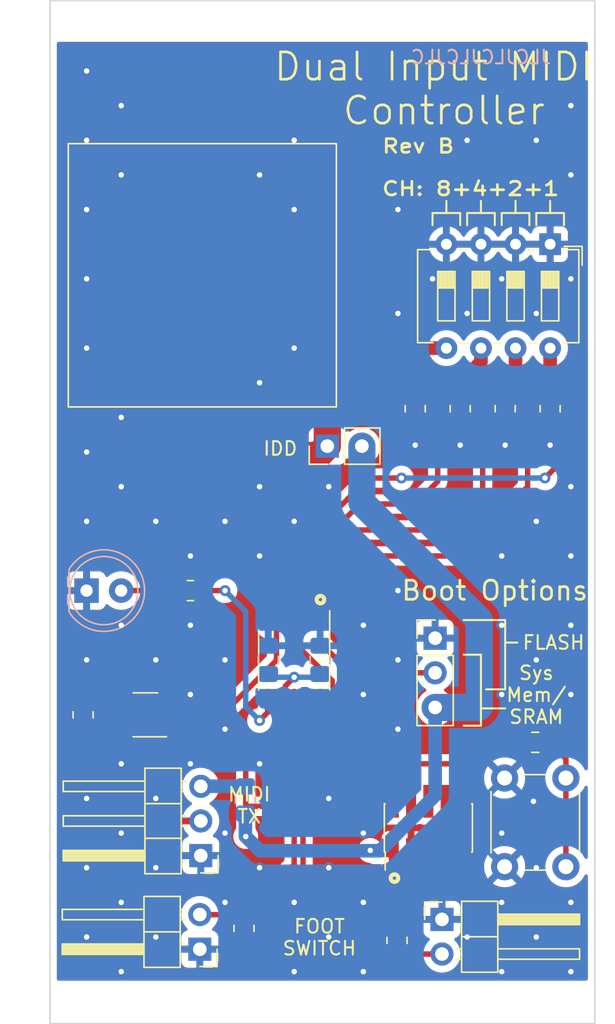
<source format=kicad_pcb>
(kicad_pcb (version 20211014) (generator pcbnew)
  (layers (0 "F.Cu" signal) (31 "B.Cu" signal) (34 "B.Paste" user) (35 "F.Paste" user) (36 "B.SilkS" user "B.Silkscreen") (37 "F.SilkS" user "F.Silkscreen") (38 "B.Mask" user) (39 "F.Mask" user) (44 "Edge.Cuts" user))
  (net 0 "")
  (net 1 "Net-(BT1-Pad1)")
  (net 2 "GND")
  (net 3 "/Microcontroller/NRST")
  (net 4 "+3V3")
  (net 5 "Net-(J2-Pad2)")
  (net 6 "Net-(J2-Pad3)")
  (net 7 "/Microcontroller/SWDIO")
  (net 8 "/Microcontroller/SWCLK")
  (net 12 "/Microcontroller/EXT_UP_PRESET_SW")
  (net 13 "/Microcontroller/EXT_DOWN_PRESET_SW")
  (net 14 "/Microcontroller/BOOT0")
  (net 15 "/Microcontroller/LPUART1_TX")
  (net 16 "/MIDI_Output/MIDI_TX")
  (net 17 "Net-(R1-Pad1)")
  (net 18 "/Microcontroller/EXT_MIDI_CH_BIT2")
  (net 19 "/Microcontroller/EXT_MIDI_CH_BIT3")
  (net 20 "/Microcontroller/EXT_MIDI_CH_BIT4")
  (net 21 "/Microcontroller/EXT_MIDI_CH_BIT1")
  (net 22 "Net-(D1-Pad2)")
  (net 23 "/Microcontroller/LPWR_MON_LED")
  (footprint "Connector_PinHeader_2.54mm:PinHeader_1x02_P2.54mm_Horizontal" (layer "F.Cu") (at 132.772 128.91 180)
    (fp_text reference "J4" hide)
    (fp_text value "Conn_01x02")
    (pad "1" thru_hole rect (at 0 0 180) (size 1.7 1.7) (drill 1) (layers *.Cu *.Mask) (net 2 "GND"))
    (pad "2" thru_hole oval (at 0 2.54 180) (size 1.7 1.7) (drill 1) (layers *.Cu *.Mask) (net 13 "/Microcontroller/EXT_DOWN_PRESET_SW"))
  )
  (footprint "Resistor_SMD:R_0805_2012Metric_Pad1.20x1.40mm_HandSolder" (layer "F.Cu") (at 151.892 89.281 -90)
    (fp_text reference "R7" hide)
    (fp_text value "120R")
    (pad "1" smd roundrect (at -1 0 270) (size 1.2 1.4) (layers "F.Cu" "F.Paste" "F.Mask") (roundrect_rratio 0.2083333333) (net 19 "/Microcontroller/EXT_MIDI_CH_BIT3"))
    (pad "2" smd roundrect (at 1 0 270) (size 1.2 1.4) (layers "F.Cu" "F.Paste" "F.Mask") (roundrect_rratio 0.2083333333) (net 2 "GND"))
  )
  (footprint "GenericCoinCellHolders:CR2032" (layer "F.Cu") (at 133.1468 79.495029 90)
    (fp_text reference "BT1" hide)
    (fp_text value "Battery_Cell")
    (pad "1" smd roundrect (at 13.208 0 90) (size 6 6) (layers "F.Cu" "F.Paste" "F.Mask") (net 1 "Net-(BT1-Pad1)"))
    (pad "1" smd roundrect (at -13.208 0 90) (size 6 6) (layers "F.Cu" "F.Paste" "F.Mask") (net 1 "Net-(BT1-Pad1)"))
    (pad "2" smd circle (at 0 0 90) (size 14 14) (layers "F.Cu" "F.Paste" "F.Mask") (net 2 "GND"))
  )
  (footprint "Package_TO_SOT_SMD:SOT-23-5_HandSoldering" (layer "F.Cu") (at 128.772446 111.724044 180)
    (fp_text reference "U1" hide)
    (fp_text value "74LVC1G34")
    (pad "1" smd rect (at -1.35 -0.95 180) (size 1.56 0.65) (layers "F.Cu" "F.Paste" "F.Mask"))
    (pad "2" smd rect (at -1.35 0 180) (size 1.56 0.65) (layers "F.Cu" "F.Paste" "F.Mask") (net 16 "/MIDI_Output/MIDI_TX"))
    (pad "3" smd rect (at -1.35 0.95 180) (size 1.56 0.65) (layers "F.Cu" "F.Paste" "F.Mask") (net 2 "GND"))
    (pad "4" smd rect (at 1.35 0.95 180) (size 1.56 0.65) (layers "F.Cu" "F.Paste" "F.Mask") (net 17 "Net-(R1-Pad1)"))
    (pad "5" smd rect (at 1.35 -0.95 180) (size 1.56 0.65) (layers "F.Cu" "F.Paste" "F.Mask") (net 4 "+3V3"))
  )
  (footprint "Package_SO:TSSOP-14_4.4x5mm_P0.65mm" (layer "F.Cu") (at 139.7 107.696 -90)
    (fp_text reference "U2" hide)
    (fp_text value "STM32L011D4Px")
    (pad "1" smd roundrect (at -2.8625 -1.95 270) (size 1.475 0.4) (layers "F.Cu" "F.Paste" "F.Mask") (net 14 "/Microcontroller/BOOT0"))
    (pad "2" smd roundrect (at -2.8625 -1.3 270) (size 1.475 0.4) (layers "F.Cu" "F.Paste" "F.Mask") (net 18 "/Microcontroller/EXT_MIDI_CH_BIT2"))
    (pad "3" smd roundrect (at -2.8625 -0.65 270) (size 1.475 0.4) (layers "F.Cu" "F.Paste" "F.Mask") (net 19 "/Microcontroller/EXT_MIDI_CH_BIT3"))
    (pad "4" smd roundrect (at -2.8625 0 270) (size 1.475 0.4) (layers "F.Cu" "F.Paste" "F.Mask") (net 3 "/Microcontroller/NRST"))
    (pad "5" smd roundrect (at -2.8625 0.65 270) (size 1.475 0.4) (layers "F.Cu" "F.Paste" "F.Mask") (net 20 "/Microcontroller/EXT_MIDI_CH_BIT4"))
    (pad "6" smd roundrect (at -2.8625 1.3 270) (size 1.475 0.4) (layers "F.Cu" "F.Paste" "F.Mask") (net 15 "/Microcontroller/LPUART1_TX"))
    (pad "7" smd roundrect (at -2.8625 1.95 270) (size 1.475 0.4) (layers "F.Cu" "F.Paste" "F.Mask") (net 21 "/Microcontroller/EXT_MIDI_CH_BIT1"))
    (pad "8" smd roundrect (at 2.8625 1.95 270) (size 1.475 0.4) (layers "F.Cu" "F.Paste" "F.Mask") (net 23 "/Microcontroller/LPWR_MON_LED"))
    (pad "9" smd roundrect (at 2.8625 1.3 270) (size 1.475 0.4) (layers "F.Cu" "F.Paste" "F.Mask") (net 2 "GND"))
    (pad "10" smd roundrect (at 2.8625 0.65 270) (size 1.475 0.4) (layers "F.Cu" "F.Paste" "F.Mask") (net 4 "+3V3"))
    (pad "11" smd roundrect (at 2.8625 0 270) (size 1.475 0.4) (layers "F.Cu" "F.Paste" "F.Mask") (net 13 "/Microcontroller/EXT_DOWN_PRESET_SW"))
    (pad "12" smd roundrect (at 2.8625 -0.65 270) (size 1.475 0.4) (layers "F.Cu" "F.Paste" "F.Mask") (net 12 "/Microcontroller/EXT_UP_PRESET_SW"))
    (pad "13" smd roundrect (at 2.8625 -1.3 270) (size 1.475 0.4) (layers "F.Cu" "F.Paste" "F.Mask") (net 7 "/Microcontroller/SWDIO"))
    (pad "14" smd roundrect (at 2.8625 -1.95 270) (size 1.475 0.4) (layers "F.Cu" "F.Paste" "F.Mask") (net 8 "/Microcontroller/SWCLK"))
  )
  (footprint "Resistor_SMD:R_0805_2012Metric_Pad1.20x1.40mm_HandSolder" (layer "F.Cu") (at 155.194 89.281 -90)
    (fp_text reference "R4" hide)
    (fp_text value "120R")
    (pad "1" smd roundrect (at -1 0 270) (size 1.2 1.4) (layers "F.Cu" "F.Paste" "F.Mask") (roundrect_rratio 0.2083333333) (net 18 "/Microcontroller/EXT_MIDI_CH_BIT2"))
    (pad "2" smd roundrect (at 1 0 270) (size 1.2 1.4) (layers "F.Cu" "F.Paste" "F.Mask") (roundrect_rratio 0.2083333333) (net 2 "GND"))
  )
  (footprint "Connector_PinHeader_2.54mm:PinHeader_1x02_P2.54mm_Horizontal" (layer "F.Cu") (at 150.555 126.725388)
    (fp_text reference "J5" hide)
    (fp_text value "Conn_01x02")
    (pad "1" thru_hole rect (at 0 0) (size 1.7 1.7) (drill 1) (layers *.Cu *.Mask) (net 2 "GND"))
    (pad "2" thru_hole oval (at 0 2.54) (size 1.7 1.7) (drill 1) (layers *.Cu *.Mask) (net 12 "/Microcontroller/EXT_UP_PRESET_SW"))
  )
  (footprint "Resistor_SMD:R_0805_2012Metric_Pad1.20x1.40mm_HandSolder" (layer "F.Cu") (at 147.253 128.265388 90)
    (fp_text reference "R6" hide)
    (fp_text value "120R")
    (pad "1" smd roundrect (at -1 0 90) (size 1.2 1.4) (layers "F.Cu" "F.Paste" "F.Mask") (roundrect_rratio 0.2083333333) (net 12 "/Microcontroller/EXT_UP_PRESET_SW"))
    (pad "2" smd roundrect (at 1 0 90) (size 1.2 1.4) (layers "F.Cu" "F.Paste" "F.Mask") (roundrect_rratio 0.2083333333) (net 2 "GND"))
  )
  (footprint "Resistor_SMD:R_0805_2012Metric_Pad1.20x1.40mm_HandSolder" (layer "F.Cu") (at 136.017 127.381 -90)
    (fp_text reference "R5" hide)
    (fp_text value "120R")
    (pad "1" smd roundrect (at -1 0 270) (size 1.2 1.4) (layers "F.Cu" "F.Paste" "F.Mask") (roundrect_rratio 0.2083333333) (net 13 "/Microcontroller/EXT_DOWN_PRESET_SW"))
    (pad "2" smd roundrect (at 1 0 270) (size 1.2 1.4) (layers "F.Cu" "F.Paste" "F.Mask") (roundrect_rratio 0.2083333333) (net 2 "GND"))
  )
  (footprint "Connector_PinHeader_2.54mm:PinHeader_1x03_P2.54mm_Horizontal" (layer "F.Cu") (at 132.842 122.047 180)
    (fp_text reference "J2" hide)
    (fp_text value "Conn_01x03")
    (pad "1" thru_hole rect (at 0 0 180) (size 1.7 1.7) (drill 1) (layers *.Cu *.Mask) (net 2 "GND"))
    (pad "2" thru_hole oval (at 0 2.54 180) (size 1.7 1.7) (drill 1) (layers *.Cu *.Mask) (net 5 "Net-(J2-Pad2)"))
    (pad "3" thru_hole oval (at 0 5.08 180) (size 1.7 1.7) (drill 1) (layers *.Cu *.Mask) (net 6 "Net-(J2-Pad3)"))
  )
  (footprint "Resistor_SMD:R_0805_2012Metric_Pad1.20x1.40mm_HandSolder" (layer "F.Cu") (at 158.496 89.281 -90)
    (fp_text reference "R3" hide)
    (fp_text value "120R")
    (pad "1" smd roundrect (at -1 0 270) (size 1.2 1.4) (layers "F.Cu" "F.Paste" "F.Mask") (roundrect_rratio 0.2083333333) (net 21 "/Microcontroller/EXT_MIDI_CH_BIT1"))
    (pad "2" smd roundrect (at 1 0 270) (size 1.2 1.4) (layers "F.Cu" "F.Paste" "F.Mask") (roundrect_rratio 0.2083333333) (net 2 "GND"))
  )
  (footprint "Capacitor_SMD:C_0805_2012Metric_Pad1.18x1.45mm_HandSolder" (layer "F.Cu") (at 157.4038 113.7412 180)
    (fp_text reference "C1" hide)
    (fp_text value "100nF")
    (pad "1" smd roundrect (at -1.0375 0 180) (size 1.175 1.45) (layers "F.Cu" "F.Paste" "F.Mask") (roundrect_rratio 0.2127659574) (net 3 "/Microcontroller/NRST"))
    (pad "2" smd roundrect (at 1.0375 0 180) (size 1.175 1.45) (layers "F.Cu" "F.Paste" "F.Mask") (roundrect_rratio 0.2127659574) (net 2 "GND"))
  )
  (footprint "Resistor_SMD:R_0805_2012Metric_Pad1.20x1.40mm_HandSolder" (layer "F.Cu") (at 124.200446 111.724044 -90)
    (fp_text reference "R1" hide)
    (fp_text value "33R")
    (pad "1" smd roundrect (at -1 0 270) (size 1.2 1.4) (layers "F.Cu" "F.Paste" "F.Mask") (roundrect_rratio 0.2083333333) (net 17 "Net-(R1-Pad1)"))
    (pad "2" smd roundrect (at 1 0 270) (size 1.2 1.4) (layers "F.Cu" "F.Paste" "F.Mask") (roundrect_rratio 0.2083333333) (net 5 "Net-(J2-Pad2)"))
  )
  (footprint "Resistor_SMD:R_0805_2012Metric_Pad1.20x1.40mm_HandSolder" (layer "F.Cu") (at 132.08 102.616 180)
    (fp_text reference "R9" hide)
    (fp_text value "R")
    (pad "1" smd roundrect locked (at -1 0 180) (size 1.2 1.4) (layers "F.Cu" "F.Paste" "F.Mask") (roundrect_rratio 0.2083333333) (net 23 "/Microcontroller/LPWR_MON_LED"))
    (pad "2" smd roundrect locked (at 1 0 180) (size 1.2 1.4) (layers "F.Cu" "F.Paste" "F.Mask") (roundrect_rratio 0.2083333333) (net 22 "Net-(D1-Pad2)"))
  )
  (footprint "Button_Switch_THT:SW_PUSH_6mm" (layer "F.Cu") (at 159.6538 116.3586 -90)
    (fp_text reference "SW1" hide)
    (fp_text value "SW_SPST")
    (pad "1" thru_hole circle (at 0 0) (size 2 2) (drill 1.1) (layers *.Cu *.Mask) (net 3 "/Microcontroller/NRST"))
    (pad "1" thru_hole circle (at 6.5 0) (size 2 2) (drill 1.1) (layers *.Cu *.Mask) (net 3 "/Microcontroller/NRST"))
    (pad "2" thru_hole circle (at 6.5 4.5) (size 2 2) (drill 1.1) (layers *.Cu *.Mask) (net 2 "GND"))
    (pad "2" thru_hole circle (at 0 4.5) (size 2 2) (drill 1.1) (layers *.Cu *.Mask) (net 2 "GND"))
  )
  (footprint "Connector_PinHeader_1.27mm:PinHeader_2x05_P1.27mm_Vertical_SMD" (layer "F.Cu") (at 149.5552 120.015 90)
    (fp_text reference "J3" hide)
    (fp_text value "Conn_02x05_Odd_Even")
    (pad "1" smd rect (at -1.95 -2.54 90) (size 2.4 0.74) (layers "F.Cu" "F.Paste" "F.Mask") (net 4 "+3V3"))
    (pad "2" smd rect (at 1.95 -2.54 90) (size 2.4 0.74) (layers "F.Cu" "F.Paste" "F.Mask") (net 7 "/Microcontroller/SWDIO"))
    (pad "3" smd rect (at -1.95 -1.27 90) (size 2.4 0.74) (layers "F.Cu" "F.Paste" "F.Mask") (net 2 "GND"))
    (pad "4" smd rect (at 1.95 -1.27 90) (size 2.4 0.74) (layers "F.Cu" "F.Paste" "F.Mask") (net 8 "/Microcontroller/SWCLK"))
    (pad "5" smd rect (at -1.95 0 90) (size 2.4 0.74) (layers "F.Cu" "F.Paste" "F.Mask") (net 2 "GND"))
    (pad "6" smd rect (at 1.95 0 90) (size 2.4 0.74) (layers "F.Cu" "F.Paste" "F.Mask"))
    (pad "7" smd rect (at -1.95 1.27 90) (size 2.4 0.74) (layers "F.Cu" "F.Paste" "F.Mask"))
    (pad "8" smd rect (at 1.95 1.27 90) (size 2.4 0.74) (layers "F.Cu" "F.Paste" "F.Mask"))
    (pad "9" smd rect (at -1.95 2.54 90) (size 2.4 0.74) (layers "F.Cu" "F.Paste" "F.Mask") (net 2 "GND"))
    (pad "10" smd rect (at 1.95 2.54 90) (size 2.4 0.74) (layers "F.Cu" "F.Paste" "F.Mask") (net 3 "/Microcontroller/NRST"))
  )
  (footprint "NetTie:NetTie-2_SMD_Pad0.5mm" (layer "F.Cu") (at 132.836446 111.724044 180)
    (fp_text reference "NT1" hide)
    (fp_text value "NetTie_2")
    (fp_poly (pts (xy -0.5 -0.25) (xy 0.5 -0.25) (xy 0.5 0.25) (xy -0.5 0.25)) (layer "F.Cu") (width 0) (fill solid))
    (pad "1" smd circle (at -0.5 0 180) (size 0.5 0.5) (layers "F.Cu") (net 15 "/Microcontroller/LPUART1_TX"))
    (pad "2" smd circle (at 0.5 0 180) (size 0.5 0.5) (layers "F.Cu") (net 16 "/MIDI_Output/MIDI_TX"))
  )
  (footprint "Connector_PinHeader_2.54mm:PinHeader_1x03_P2.54mm_Vertical" (layer "F.Cu") (at 150.051791 106.1035)
    (fp_text reference "JP1" hide)
    (fp_text value "Jumper_3_Bridged12")
    (pad "1" thru_hole rect (at 0 0) (size 1.7 1.7) (drill 1) (layers *.Cu *.Mask) (net 2 "GND"))
    (pad "2" thru_hole oval (at 0 2.54) (size 1.7 1.7) (drill 1) (layers *.Cu *.Mask) (net 14 "/Microcontroller/BOOT0"))
    (pad "3" thru_hole oval (at 0 5.08) (size 1.7 1.7) (drill 1) (layers *.Cu *.Mask) (net 4 "+3V3"))
  )
  (footprint "Resistor_SMD:R_0805_2012Metric_Pad1.20x1.40mm_HandSolder" (layer "F.Cu") (at 148.59 89.281 -90)
    (fp_text reference "R8" hide)
    (fp_text value "120R")
    (pad "1" smd roundrect (at -1 0 270) (size 1.2 1.4) (layers "F.Cu" "F.Paste" "F.Mask") (roundrect_rratio 0.2083333333) (net 20 "/Microcontroller/EXT_MIDI_CH_BIT4"))
    (pad "2" smd roundrect (at 1 0 270) (size 1.2 1.4) (layers "F.Cu" "F.Paste" "F.Mask") (roundrect_rratio 0.2083333333) (net 2 "GND"))
  )
  (footprint "Button_Switch_THT:SW_DIP_SPSTx04_Slide_6.7x11.72mm_W7.62mm_P2.54mm_LowProfile" (layer "F.Cu") (at 158.496 77.216 -90)
    (fp_text reference "SW2" hide)
    (fp_text value "SW_DIP_x04")
    (pad "1" thru_hole rect (at 0 0 270) (size 1.6 1.6) (drill 0.8) (layers *.Cu *.Mask) (net 2 "GND"))
    (pad "2" thru_hole oval (at 0 2.54 270) (size 1.6 1.6) (drill 0.8) (layers *.Cu *.Mask) (net 2 "GND"))
    (pad "3" thru_hole oval (at 0 5.08 270) (size 1.6 1.6) (drill 0.8) (layers *.Cu *.Mask) (net 2 "GND"))
    (pad "4" thru_hole oval (at 0 7.62 270) (size 1.6 1.6) (drill 0.8) (layers *.Cu *.Mask) (net 2 "GND"))
    (pad "5" thru_hole oval (at 7.62 7.62 270) (size 1.6 1.6) (drill 0.8) (layers *.Cu *.Mask) (net 20 "/Microcontroller/EXT_MIDI_CH_BIT4"))
    (pad "6" thru_hole oval (at 7.62 5.08 270) (size 1.6 1.6) (drill 0.8) (layers *.Cu *.Mask) (net 19 "/Microcontroller/EXT_MIDI_CH_BIT3"))
    (pad "7" thru_hole oval (at 7.62 2.54 270) (size 1.6 1.6) (drill 0.8) (layers *.Cu *.Mask) (net 18 "/Microcontroller/EXT_MIDI_CH_BIT2"))
    (pad "8" thru_hole oval (at 7.62 0 270) (size 1.6 1.6) (drill 0.8) (layers *.Cu *.Mask) (net 21 "/Microcontroller/EXT_MIDI_CH_BIT1"))
  )
  (footprint "Connector_PinHeader_2.54mm:PinHeader_1x02_P2.54mm_Vertical" (layer "F.Cu") (at 142.1334 92.021544 90)
    (fp_text reference "J1" hide)
    (fp_text value "Conn_01x02")
    (pad "1" thru_hole rect (at 0 0 90) (size 1.7 1.7) (drill 1) (layers *.Cu *.Mask) (net 1 "Net-(BT1-Pad1)"))
    (pad "2" thru_hole oval (at 0 2.54 90) (size 1.7 1.7) (drill 1) (layers *.Cu *.Mask) (net 4 "+3V3"))
  )
  (footprint "LED_THT:LED_D5.0mm" (layer "B.Cu") (at 124.455 102.616)
    (fp_text reference "D1" hide)
    (fp_text value "LED")
    (pad "1" thru_hole rect locked (at 0 0) (size 1.8 1.8) (drill 0.9) (layers *.Cu *.Mask) (net 2 "GND"))
    (pad "2" thru_hole circle locked (at 2.54 0) (size 1.8 1.8) (drill 0.9) (layers *.Cu *.Mask) (net 22 "Net-(D1-Pad2)"))
  )
  (footprint "Resistor_SMD:R_0805_2012Metric_Pad1.20x1.40mm_HandSolder" (layer "B.Cu") (at 136.1186 117.9736 -90)
    (fp_text reference "R2" hide)
    (fp_text value "10R")
    (pad "1" smd roundrect (at -1 0 270) (size 1.2 1.4) (layers "B.Cu" "B.Paste" "B.Mask") (roundrect_rratio 0.2083333333) (net 6 "Net-(J2-Pad3)"))
    (pad "2" smd roundrect (at 1 0 270) (size 1.2 1.4) (layers "B.Cu" "B.Paste" "B.Mask") (roundrect_rratio 0.2083333333) (net 4 "+3V3"))
  )
  (footprint "Capacitor_SMD:C_0805_2012Metric_Pad1.18x1.45mm_HandSolder" (layer "B.Cu") (at 141.605 107.696 90)
    (fp_text reference "C3" hide)
    (fp_text value "100nF")
    (pad "1" smd roundrect (at -1.0375 0 90) (size 1.175 1.45) (layers "B.Cu" "B.Paste" "B.Mask") (roundrect_rratio 0.2127659574) (net 4 "+3V3"))
    (pad "2" smd roundrect (at 1.0375 0 90) (size 1.175 1.45) (layers "B.Cu" "B.Paste" "B.Mask") (roundrect_rratio 0.2127659574) (net 2 "GND"))
  )
  (footprint "Capacitor_SMD:C_0805_2012Metric_Pad1.18x1.45mm_HandSolder" (layer "B.Cu") (at 137.795 107.696 90)
    (fp_text reference "C2" hide)
    (fp_text value "10uF")
    (pad "1" smd roundrect (at -1.0375 0 90) (size 1.175 1.45) (layers "B.Cu" "B.Paste" "B.Mask") (roundrect_rratio 0.2127659574) (net 4 "+3V3"))
    (pad "2" smd roundrect (at 1.0375 0 90) (size 1.175 1.45) (layers "B.Cu" "B.Paste" "B.Mask") (roundrect_rratio 0.2127659574) (net 2 "GND"))
  )
  (gr_line (start 153.416 111.252) (end 155.194 111.252) (layer "F.SilkS") (width 0.15))
  (gr_line (start 152.146 107.315) (end 153.416 107.315) (layer "F.SilkS") (width 0.15))
  (gr_line (start 150.876 74.93) (end 150.876 74.041) (layer "F.SilkS") (width 0.15))
  (gr_line (start 154.94 74.93) (end 156.972 74.93) (layer "F.SilkS") (width 0.15))
  (gr_line (start 153.416 112.522) (end 152.146 112.522) (layer "F.SilkS") (width 0.15))
  (gr_line (start 149.86 75.819) (end 149.86 74.93) (layer "F.SilkS") (width 0.15))
  (gr_line (start 154.432 74.93) (end 154.432 75.819) (layer "F.SilkS") (width 0.15))
  (gr_line (start 157.48 75.819) (end 157.48 74.93) (layer "F.SilkS") (width 0.15))
  (gr_line (start 158.496 74.93) (end 158.496 74.041) (layer "F.SilkS") (width 0.15))
  (gr_line (start 152.4 74.93) (end 154.432 74.93) (layer "F.SilkS") (width 0.15))
  (gr_line (start 149.86 74.93) (end 151.892 74.93) (layer "F.SilkS") (width 0.15))
  (gr_circle (center 147.066 123.698) (end 147.193 123.698) (layer "F.SilkS") (width 0.3) (fill none))
  (gr_line (start 155.194 104.775) (end 152.146 104.775) (layer "F.SilkS") (width 0.15))
  (gr_line (start 153.416 107.315) (end 153.416 112.522) (layer "F.SilkS") (width 0.15))
  (gr_line (start 153.416 74.93) (end 153.416 74.041) (layer "F.SilkS") (width 0.15))
  (gr_line (start 155.194 109.855) (end 155.194 104.775) (layer "F.SilkS") (width 0.15))
  (gr_line (start 155.194 106.426) (end 156.083 106.426) (layer "F.SilkS") (width 0.15))
  (gr_line (start 154.94 75.819) (end 154.94 74.93) (layer "F.SilkS") (width 0.15))
  (gr_line (start 153.797 109.855) (end 155.194 109.855) (layer "F.SilkS") (width 0.15))
  (gr_line (start 159.512 74.93) (end 159.512 75.819) (layer "F.SilkS") (width 0.15))
  (gr_circle (center 141.6304 103.2764) (end 141.7574 103.2764) (layer "F.SilkS") (width 0.3) (fill none))
  (gr_line (start 155.956 74.93) (end 155.956 74.041) (layer "F.SilkS") (width 0.15))
  (gr_line (start 152.4 75.819) (end 152.4 74.93) (layer "F.SilkS") (width 0.15))
  (gr_line (start 151.892 74.93) (end 151.892 75.819) (layer "F.SilkS") (width 0.15))
  (gr_line (start 157.48 74.93) (end 159.512 74.93) (layer "F.SilkS") (width 0.15))
  (gr_line (start 156.972 74.93) (end 156.972 75.819) (layer "F.SilkS") (width 0.15))
  (gr_rect (start 161.7726 59.3598) (end 121.7676 134.366) (layer "Edge.Cuts") (width 0.1) (fill none))
  (gr_text "JLCJLCJLCJLC" (at 153.416 63.5) (layer "B.SilkS") (effects (font (size 1 1)) (justify mirror)))
  (gr_text "FOOT\nSWITCH" (at 141.5542 128.0414) (layer "F.SilkS") (effects (font (size 1 1))))
  (gr_text "Boot Options" (at 154.432 102.616) (layer "F.SilkS") (effects (font (size 1.4 1.4) (thickness 0.2))))
  (gr_text "IDD" (at 138.684 92.202) (layer "F.SilkS") (effects (font (size 1 1) (thickness 0.153))))
  (gr_text "CH: 8+4+2+1" (at 152.654 73.152) (layer "F.SilkS") (effects (font (size 1 1.2) (thickness 0.2))))
  (gr_text "MIDI\nTX" (at 136.398 118.364) (layer "F.SilkS") (effects (font (size 1 1))))
  (gr_text "FLASH" (at 158.75 106.426) (layer "F.SilkS") (effects (font (size 1 1) (thickness 0.153))))
  (gr_text "Sys\nMem/\nSRAM" (at 157.48 110.2614) (layer "F.SilkS") (effects (font (size 1 1) (thickness 0.153))))
  (gr_text "Dual Input MIDI \nController" (at 150.6982 65.8114) (layer "F.SilkS") (effects (font (size 2 2) (thickness 0.2))))
  (gr_text "Rev B" (at 148.811201 70.026378) (layer "F.SilkS") (effects (font (size 1 1.2) (thickness 0.2))))
  (segment (start 141.444944 92.71) (end 142.1334 92.021544) (width 2) (layer "F.Cu") (net 1))
  (segment (start 143.764 70.358) (end 139.693029 66.287029) (width 2) (layer "F.Cu") (net 1))
  (segment (start 139.693029 66.287029) (end 133.1468 66.287029) (width 2) (layer "F.Cu") (net 1))
  (segment (start 142.1334 92.021544) (end 142.1334 87.9906) (width 2) (layer "F.Cu") (net 1))
  (segment (start 133.153771 92.71) (end 141.444944 92.71) (width 2) (layer "F.Cu") (net 1))
  (segment (start 142.1334 87.9906) (end 143.764 86.36) (width 2) (layer "F.Cu") (net 1))
  (segment (start 133.1468 92.703029) (end 133.153771 92.71) (width 2) (layer "F.Cu") (net 1))
  (segment (start 143.764 86.36) (end 143.764 70.358) (width 2) (layer "F.Cu") (net 1))
  (segment (start 148.59 90.281) (end 148.59 91.948) (width 0.4) (layer "F.Cu") (net 2))
  (segment (start 138.4 114.076) (end 137.16 115.316) (width 0.4) (layer "F.Cu") (net 2))
  (segment (start 138.4 110.5585) (end 138.4 114.076) (width 0.4) (layer "F.Cu") (net 2))
  (segment (start 158.496 90.281) (end 158.496 91.948) (width 0.4) (layer "F.Cu") (net 2))
  (segment (start 155.194 90.281) (end 155.194 91.948) (width 0.4) (layer "F.Cu") (net 2))
  (segment (start 151.892 90.281) (end 151.892 91.948) (width 0.4) (layer "F.Cu") (net 2))
  (via (at 134.62 125.476) (size 0.8) (drill 0.4) (layers "F.Cu" "B.Cu") (net 2))
  (via (at 132.08 105.156) (size 0.8) (drill 0.4) (layers "F.Cu" "B.Cu") (net 2))
  (via (at 139.7 130.556) (size 0.8) (drill 0.4) (layers "F.Cu" "B.Cu") (net 2))
  (via (at 137.16 87.376) (size 0.8) (drill 0.4) (layers "F.Cu" "B.Cu") (net 2))
  (via (at 142.24 122.936) (size 0.8) (drill 0.4) (layers "F.Cu" "B.Cu") (net 2))
  (via (at 144.78 130.556) (size 0.8) (drill 0.4) (layers "F.Cu" "B.Cu") (net 2))
  (via (at 127 120.396) (size 0.8) (drill 0.4) (layers "F.Cu" "B.Cu") (net 2))
  (via (at 127 130.556) (size 0.8) (drill 0.4) (layers "F.Cu" "B.Cu") (net 2))
  (via (at 155.194 91.948) (size 0.8) (drill 0.4) (layers "F.Cu" "B.Cu") (net 2))
  (via (at 157.48 97.536) (size 0.8) (drill 0.4) (layers "F.Cu" "B.Cu") (net 2))
  (via (at 139.7 84.836) (size 0.8) (drill 0.4) (layers "F.Cu" "B.Cu") (net 2))
  (via (at 137.16 115.316) (size 0.8) (drill 0.4) (layers "F.Cu" "B.Cu") (net 2))
  (via (at 124.46 64.516) (size 0.8) (drill 0.4) (layers "F.Cu" "B.Cu") (net 2))
  (via (at 134.62 97.536) (size 0.8) (drill 0.4) (layers "F.Cu" "B.Cu") (net 2))
  (via (at 157.48 128.016) (size 0.8) (drill 0.4) (layers "F.Cu" "B.Cu") (net 2))
  (via (at 132.08 110.236) (size 0.8) (drill 0.4) (layers "F.Cu" "B.Cu") (net 2))
  (via (at 154.94 120.396) (size 0.8) (drill 0.4) (layers "F.Cu" "B.Cu") (net 2))
  (via (at 124.46 74.676) (size 0.8) (drill 0.4) (layers "F.Cu" "B.Cu") (net 2))
  (via (at 152.4 128.016) (size 0.8) (drill 0.4) (layers "F.Cu" "B.Cu") (net 2))
  (via (at 160.02 79.756) (size 0.8) (drill 0.4) (layers "F.Cu" "B.Cu") (net 2))
  (via (at 144.78 105.156) (size 0.8) (drill 0.4) (layers "F.Cu" "B.Cu") (net 2))
  (via (at 139.7 69.596) (size 0.8) (drill 0.4) (layers "F.Cu" "B.Cu") (net 2))
  (via (at 124.46 117.856) (size 0.8) (drill 0.4) (layers "F.Cu" "B.Cu") (net 2))
  (via (at 160.02 125.476) (size 0.8) (drill 0.4) (layers "F.Cu" "B.Cu") (net 2))
  (via (at 124.46 107.696) (size 0.8) (drill 0.4) (layers "F.Cu" "B.Cu") (net 2))
  (via (at 132.08 115.316) (size 0.8) (drill 0.4) (layers "F.Cu" "B.Cu") (net 2))
  (via (at 158.496 91.948) (size 0.8) (drill 0.4) (layers "F.Cu" "B.Cu") (net 2))
  (via (at 154.94 105.156) (size 0.8) (drill 0.4) (layers "F.Cu" "B.Cu") (net 2))
  (via (at 160.02 72.136) (size 0.8) (drill 0.4) (layers "F.Cu" "B.Cu") (net 2))
  (via (at 127 105.156) (size 0.8) (drill 0.4) (layers "F.Cu" "B.Cu") (net 2))
  (via (at 124.46 69.596) (size 0.8) (drill 0.4) (layers "F.Cu" "B.Cu") (net 2))
  (via (at 160.02 100.076) (size 0.8) (drill 0.4) (layers "F.Cu" "B.Cu") (net 2))
  (via (at 148.59 91.948) (size 0.8) (drill 0.4) (layers "F.Cu" "B.Cu") (net 2))
  (via (at 129.54 107.696) (size 0.8) (drill 0.4) (layers "F.Cu" "B.Cu") (net 2))
  (via (at 127 89.916) (size 0.8) (drill 0.4) (layers "F.Cu" "B.Cu") (net 2))
  (via (at 139.7 74.676) (size 0.8) (drill 0.4) (layers "F.Cu" "B.Cu") (net 2))
  (via (at 137.16 122.936) (size 0.8) (drill 0.4) (layers "F.Cu" "B.Cu") (net 2))
  (via (at 154.94 125.476) (size 0.8) (drill 0.4) (layers "F.Cu" "B.Cu") (net 2))
  (via (at 139.7 97.536) (size 0.8) (drill 0.4) (layers "F.Cu" "B.Cu") (net 2))
  (via (at 144.78 125.476) (size 0.8) (drill 0.4) (layers "F.Cu" "B.Cu") (net 2))
  (via (at 144.78 110.236) (size 0.8) (drill 0.4) (layers "F.Cu" "B.Cu") (net 2))
  (via (at 149.86 79.756) (size 0.8) (drill 0.4) (layers "F.Cu" "B.Cu") (net 2))
  (via (at 124.46 122.936) (size 0.8) (drill 0.4) (layers "F.Cu" "B.Cu") (net 2))
  (via (at 160.02 94.996) (size 0.8) (drill 0.4) (layers "F.Cu" "B.Cu") (net 2))
  (via (at 147.32 112.776) (size 0.8) (drill 0.4) (layers "F.Cu" "B.Cu") (net 2))
  (via (at 127 94.996) (size 0.8) (drill 0.4) (layers "F.Cu" "B.Cu") (net 2))
  (via (at 129.54 97.536) (size 0.8) (drill 0.4) (layers "F.Cu" "B.Cu") (net 2))
  (via (at 154.94 100.076) (size 0.8) (drill 0.4) (layers "F.Cu" "B.Cu") (net 2))
  (via (at 137.16 72.136) (size 0.8) (drill 0.4) (layers "F.Cu" "B.Cu") (net 2))
  (via (at 124.46 128.016) (size 0.8) (drill 0.4) (layers "F.Cu" "B.Cu") (net 2))
  (via (at 144.78 120.396) (size 0.8) (drill 0.4) (layers "F.Cu" "B.Cu") (net 2))
  (via (at 142.24 128.016) (size 0.8) (drill 0.4) (layers "F.Cu" "B.Cu") (net 2))
  (via (at 147.32 82.296) (size 0.8) (drill 0.4) (layers "F.Cu" "B.Cu") (net 2))
  (via (at 152.4 69.596) (size 0.8) (drill 0.4) (layers "F.Cu" "B.Cu") (net 2))
  (via (at 154.94 130.556) (size 0.8) (drill 0.4) (layers "F.Cu" "B.Cu") (net 2))
  (via (at 127 125.476) (size 0.8) (drill 0.4) (layers "F.Cu" "B.Cu") (net 2))
  (via (at 134.62 112.776) (size 0.8) (drill 0.4) (layers "F.Cu" "B.Cu") (net 2))
  (via (at 157.48 82.296) (size 0.8) (drill 0.4) (layers "F.Cu" "B.Cu") (net 2))
  (via (at 137.16 94.996) (size 0.8) (drill 0.4) (layers "F.Cu" "B.Cu") (net 2))
  (via (at 157.48 69.596) (size 0.8) (drill 0.4) (layers "F.Cu" "B.Cu") (net 2))
  (via (at 127 67.056) (size 0.8) (drill 0.4) (layers "F.Cu" "B.Cu") (net 2))
  (via (at 127 72.136) (size 0.8) (drill 0.4) (layers "F.Cu" "B.Cu") (net 2))
  (via (at 137.16 100.076) (size 0.8) (drill 0.4) (layers "F.Cu" "B.Cu") (net 2))
  (via (at 157.48 122.936) (size 0.8) (drill 0.4) (layers "F.Cu" "B.Cu") (net 2))
  (via (at 157.48 107.696) (size 0.8) (drill 0.4) (layers "F.Cu" "B.Cu") (net 2))
  (via (at 129.54 122.936) (size 0.8) (drill 0.4) (layers "F.Cu" "B.Cu") (net 2))
  (via (at 129.54 117.856) (size 0.8) (drill 0.4) (layers "F.Cu" "B.Cu") (net 2))
  (via (at 154.94 79.756) (size 0.8) (drill 0.4) (layers "F.Cu" "B.Cu") (net 2))
  (via (at 147.32 102.616) (size 0.8) (drill 0.4) (layers "F.Cu" "B.Cu") (net 2))
  (via (at 152.4 82.296) (size 0.8) (drill 0.4) (layers "F.Cu" "B.Cu") (net 2))
  (via (at 160.02 105.156) (size 0.8) (drill 0.4) (layers "F.Cu" "B.Cu") (net 2))
  (via (at 124.46 84.836) (size 0.8) (drill 0.4) (layers "F.Cu" "B.Cu") (net 2))
  (via (at 129.54 128.016) (size 0.8) (drill 0.4) (layers "F.Cu" "B.Cu") (net 2))
  (via (at 134.62 107.696) (size 0.8) (drill 0.4) (layers "F.Cu" "B.Cu") (net 2))
  (via (at 124.46 92.456) (size 0.8) (drill 0.4) (layers "F.Cu" "B.Cu") (net 2))
  (via (at 160.02 67.056) (size 0.8) (drill 0.4) (layers "F.Cu" "B.Cu") (net 2))
  (via (at 132.08 100.076) (size 0.8) (drill 0.4) (layers "F.Cu" "B.Cu") (net 2))
  (via (at 139.7 125.476) (size 0.8) (drill 0.4) (layers "F.Cu" "B.Cu") (net 2))
  (via (at 124.46 97.536) (size 0.8) (drill 0.4) (layers "F.Cu" "B.Cu") (net 2))
  (via (at 142.24 117.856) (size 0.8) (drill 0.4) (layers "F.Cu" "B.Cu") (net 2))
  (via (at 160.02 110.236) (size 0.8) (drill 0.4) (layers "F.Cu" "B.Cu") (net 2))
  (via (at 142.24 94.996) (size 0.8) (drill 0.4) (layers "F.Cu" "B.Cu") (net 2))
  (via (at 157.271 118.065) (size 0.8) (drill 0.4) (layers "F.Cu" "B.Cu") (net 2))
  (via (at 147.32 107.696) (size 0.8) (drill 0.4) (layers "F.Cu" "B.Cu") (net 2))
  (via (at 154.94 110.236) (size 0.8) (drill 0.4) (layers "F.Cu" "B.Cu") (net 2))
  (via (at 127 115.316) (size 0.8) (drill 0.4) (layers "F.Cu" "B.Cu") (net 2))
  (via (at 134.62 120.396) (size 0.8) (drill 0.4) (layers "F.Cu" "B.Cu") (net 2))
  (via (at 151.892 91.948) (size 0.8) (drill 0.4) (layers "F.Cu" "B.Cu") (net 2))
  (via (at 160.02 130.556) (size 0.8) (drill 0.4) (layers "F.Cu" "B.Cu") (net 2))
  (via (at 147.32 74.676) (size 0.8) (drill 0.4) (layers "F.Cu" "B.Cu") (net 2))
  (via (at 124.46 79.756) (size 0.8) (drill 0.4) (layers "F.Cu" "B.Cu") (net 2))
  (segment (start 159.6538 118.065) (end 159.6538 120.2838) (width 0.4) (layer "F.Cu") (net 3))
  (segment (start 155.149 118.065) (end 157.3678 120.2838) (width 0.4) (layer "F.Cu") (net 3))
  (segment (start 142.494 109.22) (end 142.494 113.03) (width 0.4) (layer "F.Cu") (net 3))
  (segment (start 139.7 104.8335) (end 139.7 106.426) (width 0.4) (layer "F.Cu") (net 3))
  (segment (start 144.78 115.316) (end 151.765 115.316) (width 0.4) (layer "F.Cu") (net 3))
  (segment (start 139.7 106.426) (end 142.494 109.22) (width 0.4) (layer "F.Cu") (net 3))
  (segment (start 159.6538 118.065) (end 159.6538 116.3586) (width 0.4) (layer "F.Cu") (net 3))
  (segment (start 159.6538 116.3586) (end 159.6538 114.9537) (width 0.4) (layer "F.Cu") (net 3))
  (segment (start 152.0952 118.065) (end 155.149 118.065) (width 0.4) (layer "F.Cu") (net 3))
  (segment (start 157.3678 120.2838) (end 159.6538 120.2838) (width 0.4) (layer "F.Cu") (net 3))
  (segment (start 159.6538 120.2838) (end 159.6538 122.8586) (width 0.4) (layer "F.Cu") (net 3))
  (segment (start 152.0952 115.6462) (end 152.0952 118.065) (width 0.4) (layer "F.Cu") (net 3))
  (segment (start 151.765 115.316) (end 152.0952 115.6462) (width 0.4) (layer "F.Cu") (net 3))
  (segment (start 159.6538 114.9537) (end 158.4413 113.7412) (width 0.4) (layer "F.Cu") (net 3))
  (segment (start 142.494 113.03) (end 144.78 115.316) (width 0.4) (layer "F.Cu") (net 3))
  (segment (start 136.144 115.57) (end 136.144 118.431213) (width 0.4) (layer "F.Cu") (net 4))
  (segment (start 127.422446 113.833446) (end 127.889 114.3) (width 0.4) (layer "F.Cu") (net 4))
  (segment (start 136.144 118.431213) (end 138.489787 118.431213) (width 0.4) (layer "F.Cu") (net 4))
  (segment (start 136.144 120.65) (end 136.144 118.431213) (width 0.4) (layer "F.Cu") (net 4))
  (segment (start 138.489787 118.431213) (end 139.05 117.871) (width 0.4) (layer "F.Cu") (net 4))
  (segment (start 134.874 114.3) (end 136.144 115.57) (width 0.4) (layer "F.Cu") (net 4))
  (segment (start 139.05 117.871) (end 139.05 110.5585) (width 0.4) (layer "F.Cu") (net 4))
  (segment (start 127.422446 112.674044) (end 127.422446 113.833446) (width 0.4) (layer "F.Cu") (net 4))
  (segment (start 139.05 109.616) (end 139.7 108.966) (width 0.4) (layer "F.Cu") (net 4))
  (segment (start 127.889 114.3) (end 134.874 114.3) (width 0.4) (layer "F.Cu") (net 4))
  (segment (start 139.05 110.5585) (end 139.05 109.616) (width 0.4) (layer "F.Cu") (net 4))
  (segment (start 145.587 121.965) (end 145.288 121.666) (width 0.4) (layer "F.Cu") (net 4))
  (segment (start 147.0152 121.965) (end 145.587 121.965) (width 0.4) (layer "F.Cu") (net 4))
  (via (at 136.144 120.65) (size 0.8) (drill 0.4) (layers "F.Cu" "B.Cu") (net 4))
  (via (at 145.288 121.666) (size 0.8) (drill 0.4) (layers "F.Cu" "B.Cu") (net 4))
  (via (at 139.7 108.966) (size 0.8) (drill 0.4) (layers "F.Cu" "B.Cu") (net 4))
  (segment (start 136.144 120.65) (end 137.1854 121.6914) (width 1) (layer "B.Cu") (net 4))
  (segment (start 137.1854 121.6914) (end 145.9992 121.6914) (width 1) (layer "B.Cu") (net 4))
  (segment (start 139.7 108.966) (end 141.3725 108.966) (width 0.4) (layer "B.Cu") (net 4))
  (segment (start 139.7 108.966) (end 138.0275 108.966) (width 0.4) (layer "B.Cu") (net 4))
  (segment (start 144.6734 96.1594) (end 153.289 104.775) (width 2) (layer "B.Cu") (net 4))
  (segment (start 153.289 104.775) (end 153.289 111.125) (width 2) (layer "B.Cu") (net 4))
  (segment (start 136.1186 120.6246) (end 136.144 120.65) (width 0.4) (layer "B.Cu") (net 4))
  (segment (start 136.1186 118.9736) (end 136.1186 120.6246) (width 1) (layer "B.Cu") (net 4))
  (segment (start 153.289 111.125) (end 153.2305 111.1835) (width 2) (layer "B.Cu") (net 4))
  (segment (start 145.9992 121.6914) (end 150.051791 117.638809) (width 1) (layer "B.Cu") (net 4))
  (segment (start 150.051791 117.638809) (end 150.051791 111.1835) (width 1) (layer "B.Cu") (net 4))
  (segment (start 141.3725 108.966) (end 141.605 108.7335) (width 0.4) (layer "B.Cu") (net 4))
  (segment (start 153.2305 111.1835) (end 150.051791 111.1835) (width 2) (layer "B.Cu") (net 4))
  (segment (start 138.0275 108.966) (end 137.795 108.7335) (width 0.4) (layer "B.Cu") (net 4))
  (segment (start 144.6734 92.021544) (end 144.6734 96.1594) (width 2) (layer "B.Cu") (net 4))
  (segment (start 124.206 112.729598) (end 124.206 114.1476) (width 0.5) (layer "F.Cu") (net 5))
  (segment (start 124.206 114.1476) (end 129.5654 119.507) (width 0.5) (layer "F.Cu") (net 5))
  (segment (start 129.5654 119.507) (end 132.842 119.507) (width 0.5) (layer "F.Cu") (net 5))
  (segment (start 124.200446 112.724044) (end 124.206 112.729598) (width 0.5) (layer "F.Cu") (net 5))
  (segment (start 132.8166 116.9576) (end 136.1026 116.9576) (width 1) (layer "B.Cu") (net 6))
  (segment (start 144.354 118.065) (end 147.0152 118.065) (width 0.4) (layer "F.Cu") (net 7))
  (segment (start 141 110.5585) (end 141 114.711) (width 0.4) (layer "F.Cu") (net 7))
  (segment (start 141 114.711) (end 144.354 118.065) (width 0.4) (layer "F.Cu") (net 7))
  (segment (start 148.2852 118.065) (end 148.2852 116.078) (width 0.4) (layer "F.Cu") (net 8))
  (segment (start 144.526 116.078) (end 141.65 113.202) (width 0.4) (layer "F.Cu") (net 8))
  (segment (start 141.65 113.202) (end 141.65 110.5585) (width 0.4) (layer "F.Cu") (net 8))
  (segment (start 148.2852 116.078) (end 144.526 116.078) (width 0.4) (layer "F.Cu") (net 8))
  (segment (start 145.394388 129.265388) (end 140.35 124.221) (width 0.4) (layer "F.Cu") (net 12))
  (segment (start 140.35 124.221) (end 140.35 110.5585) (width 0.4) (layer "F.Cu") (net 12))
  (segment (start 147.253 129.265388) (end 150.555 129.265388) (width 0.4) (layer "F.Cu") (net 12))
  (segment (start 147.253 129.265388) (end 145.394388 129.265388) (width 0.4) (layer "F.Cu") (net 12))
  (segment (start 139.7 122.698) (end 136.017 126.381) (width 0.4) (layer "F.Cu") (net 13))
  (segment (start 132.783 126.381) (end 132.772 126.37) (width 0.4) (layer "F.Cu") (net 13))
  (segment (start 139.7 110.5585) (end 139.7 122.698) (width 0.4) (layer "F.Cu") (net 13))
  (segment (start 136.017 126.381) (end 132.783 126.381) (width 0.4) (layer "F.Cu") (net 13))
  (segment (start 143.8225 108.6435) (end 150.051791 108.6435) (width 0.4) (layer "F.Cu") (net 14))
  (segment (start 141.65 106.471) (end 143.8225 108.6435) (width 0.4) (layer "F.Cu") (net 14))
  (segment (start 141.65 104.8335) (end 141.65 106.471) (width 0.4) (layer "F.Cu") (net 14))
  (segment (start 138.4 104.8335) (end 138.4 107.726) (width 0.4) (layer "F.Cu") (net 15))
  (segment (start 134.401956 111.724044) (end 133.336446 111.724044) (width 0.4) (layer "F.Cu") (net 15))
  (segment (start 138.4 107.726) (end 134.401956 111.724044) (width 0.4) (layer "F.Cu") (net 15))
  (segment (start 130.122446 111.724044) (end 132.336446 111.724044) (width 0.4) (layer "F.Cu") (net 16))
  (segment (start 127.372446 110.724044) (end 127.422446 110.774044) (width 0.5) (layer "F.Cu") (net 17))
  (segment (start 124.200446 110.724044) (end 127.372446 110.724044) (width 0.5) (layer "F.Cu") (net 17))
  (segment (start 141 102.84) (end 143.764 100.076) (width 0.4) (layer "F.Cu") (net 18))
  (segment (start 156.226 88.281) (end 155.194 88.281) (width 0.4) (layer "F.Cu") (net 18))
  (segment (start 155.194 86.995) (end 155.194 88.281) (width 1) (layer "F.Cu") (net 18))
  (segment (start 151.765 100.076) (end 156.845 94.996) (width 0.4) (layer "F.Cu") (net 18))
  (segment (start 155.956 86.233) (end 155.194 86.995) (width 1) (layer "F.Cu") (net 18))
  (segment (start 141 104.8335) (end 141 102.84) (width 0.4) (layer "F.Cu") (net 18))
  (segment (start 155.956 84.836) (end 155.956 86.233) (width 1) (layer "F.Cu") (net 18))
  (segment (start 143.764 100.076) (end 151.765 100.076) (width 0.4) (layer "F.Cu") (net 18))
  (segment (start 156.845 88.9) (end 156.226 88.281) (width 0.4) (layer "F.Cu") (net 18))
  (segment (start 156.845 94.996) (end 156.845 88.9) (width 0.4) (layer "F.Cu") (net 18))
  (segment (start 153.416 85.852) (end 151.892 87.376) (width 1) (layer "F.Cu") (net 19))
  (segment (start 150.749 98.171) (end 153.543 95.377) (width 0.4) (layer "F.Cu") (net 19))
  (segment (start 140.35 104.8335) (end 140.35 101.966) (width 0.4) (layer "F.Cu") (net 19))
  (segment (start 153.051 88.281) (end 151.892 88.281) (width 0.4) (layer "F.Cu") (net 19))
  (segment (start 140.35 101.966) (end 144.145 98.171) (width 0.4) (layer "F.Cu") (net 19))
  (segment (start 153.543 88.773) (end 153.051 88.281) (width 0.4) (layer "F.Cu") (net 19))
  (segment (start 144.145 98.171) (end 150.749 98.171) (width 0.4) (layer "F.Cu") (net 19))
  (segment (start 153.543 95.377) (end 153.543 88.773) (width 0.4) (layer "F.Cu") (net 19))
  (segment (start 151.892 87.376) (end 151.892 88.281) (width 1) (layer "F.Cu") (net 19))
  (segment (start 153.416 84.836) (end 153.416 85.852) (width 1) (layer "F.Cu") (net 19))
  (segment (start 139.05 101.742) (end 144.526 96.266) (width 0.4) (layer "F.Cu") (net 20))
  (segment (start 148.59 96.266) (end 150.241 94.615) (width 0.4) (layer "F.Cu") (net 20))
  (segment (start 144.526 96.266) (end 148.59 96.266) (width 0.4) (layer "F.Cu") (net 20))
  (segment (start 139.05 104.8335) (end 139.05 101.742) (width 0.4) (layer "F.Cu") (net 20))
  (segment (start 150.876 84.836) (end 149.479 84.836) (width 1) (layer "F.Cu") (net 20))
  (segment (start 150.241 89.027) (end 149.495 88.281) (width 0.4) (layer "F.Cu") (net 20))
  (segment (start 149.479 84.836) (end 148.59 85.725) (width 1) (layer "F.Cu") (net 20))
  (segment (start 149.495 88.281) (end 148.59 88.281) (width 0.4) (layer "F.Cu") (net 20))
  (segment (start 148.59 85.725) (end 148.59 88.281) (width 1) (layer "F.Cu") (net 20))
  (segment (start 150.241 94.615) (end 150.241 89.027) (width 0.4) (layer "F.Cu") (net 20))
  (segment (start 160.02 88.646) (end 159.655 88.281) (width 0.4) (layer "F.Cu") (net 21))
  (segment (start 158.115 94.361) (end 160.02 92.456) (width 0.4) (layer "F.Cu") (net 21))
  (segment (start 159.655 88.281) (end 158.496 88.281) (width 0.4) (layer "F.Cu") (net 21))
  (segment (start 147.574 94.361) (end 145.161 94.361) (width 0.4) (layer "F.Cu") (net 21))
  (segment (start 160.02 92.456) (end 160.02 88.646) (width 0.4) (layer "F.Cu") (net 21))
  (segment (start 137.75 101.772) (end 137.75 104.8335) (width 0.4) (layer "F.Cu") (net 21))
  (segment (start 158.496 84.836) (end 158.496 88.281) (width 1) (layer "F.Cu") (net 21))
  (segment (start 145.161 94.361) (end 137.75 101.772) (width 0.4) (layer "F.Cu") (net 21))
  (via (at 147.574 94.361) (size 0.8) (drill 0.4) (layers "F.Cu" "B.Cu") (net 21))
  (via (at 158.115 94.361) (size 0.8) (drill 0.4) (layers "F.Cu" "B.Cu") (net 21))
  (segment (start 147.574 94.361) (end 158.115 94.361) (width 0.4) (layer "B.Cu") (net 21))
  (segment (start 131.08 102.616) (end 127 102.616) (width 0.4) (layer "F.Cu") (net 22))
  (segment (start 137.75 110.5585) (end 137.75 111.551) (width 0.4) (layer "F.Cu") (net 23))
  (segment (start 137.75 111.551) (end 137.16 112.141) (width 0.4) (layer "F.Cu") (net 23))
  (segment (start 134.62 102.616) (end 133.08 102.616) (width 0.4) (layer "F.Cu") (net 23))
  (via (at 137.16 112.141) (size 0.8) (drill 0.4) (layers "F.Cu" "B.Cu") (net 23))
  (via (at 134.62 102.616) (size 0.8) (drill 0.4) (layers "F.Cu" "B.Cu") (net 23))
  (segment (start 136.144 111.125) (end 136.144 104.14) (width 0.4) (layer "B.Cu") (net 23))
  (segment (start 136.144 104.14) (end 134.62 102.616) (width 0.4) (layer "B.Cu") (net 23))
  (segment (start 137.16 112.141) (end 136.144 111.125) (width 0.4) (layer "B.Cu") (net 23))
  (zone (net 2) (net_name "GND") (layer "F.Cu") (connect_pads (clearance 0.508)) (min_thickness 0.254) (fill yes (thermal_gap 0.508) (thermal_bridge_width 0.508))
    (polygon (pts (xy 161.7726 131.2164) (xy 121.7676 131.2164) (xy 121.7676 62.3824) (xy 161.7726 62.3824)))
  )
  (zone (net 2) (net_name "GND") (layer "B.Cu") (connect_pads (clearance 0.508)) (min_thickness 0.254) (fill yes (thermal_gap 0.508) (thermal_bridge_width 0.508))
    (polygon (pts (xy 161.7726 131.2164) (xy 121.7676 131.2164) (xy 121.7676 62.3824) (xy 161.7726 62.3824)))
  )
)
</source>
